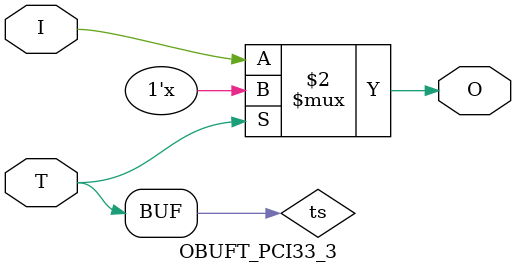
<source format=v>

/*

FUNCTION	: TRI-STATE OUTPUT BUFFER

*/

`celldefine
`timescale  100 ps / 10 ps

module OBUFT_PCI33_3 (O, I, T);

    output O;

    input  I, T;

    or O1 (ts, 1'b0, T);
    bufif0 T1 (O, I, ts);

endmodule

</source>
